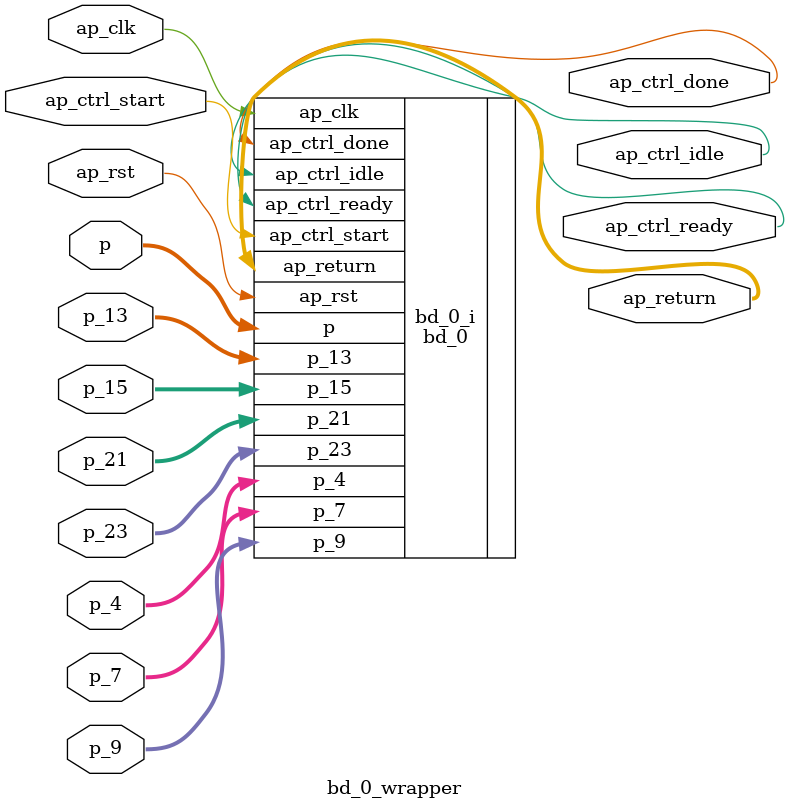
<source format=v>
`timescale 1 ps / 1 ps

module bd_0_wrapper
   (ap_clk,
    ap_ctrl_done,
    ap_ctrl_idle,
    ap_ctrl_ready,
    ap_ctrl_start,
    ap_return,
    ap_rst,
    p,
    p_13,
    p_15,
    p_21,
    p_23,
    p_4,
    p_7,
    p_9);
  input ap_clk;
  output ap_ctrl_done;
  output ap_ctrl_idle;
  output ap_ctrl_ready;
  input ap_ctrl_start;
  output [31:0]ap_return;
  input ap_rst;
  input [63:0]p;
  input [31:0]p_13;
  input [63:0]p_15;
  input [63:0]p_21;
  input [15:0]p_23;
  input [63:0]p_4;
  input [31:0]p_7;
  input [15:0]p_9;

  wire ap_clk;
  wire ap_ctrl_done;
  wire ap_ctrl_idle;
  wire ap_ctrl_ready;
  wire ap_ctrl_start;
  wire [31:0]ap_return;
  wire ap_rst;
  wire [63:0]p;
  wire [31:0]p_13;
  wire [63:0]p_15;
  wire [63:0]p_21;
  wire [15:0]p_23;
  wire [63:0]p_4;
  wire [31:0]p_7;
  wire [15:0]p_9;

  bd_0 bd_0_i
       (.ap_clk(ap_clk),
        .ap_ctrl_done(ap_ctrl_done),
        .ap_ctrl_idle(ap_ctrl_idle),
        .ap_ctrl_ready(ap_ctrl_ready),
        .ap_ctrl_start(ap_ctrl_start),
        .ap_return(ap_return),
        .ap_rst(ap_rst),
        .p(p),
        .p_13(p_13),
        .p_15(p_15),
        .p_21(p_21),
        .p_23(p_23),
        .p_4(p_4),
        .p_7(p_7),
        .p_9(p_9));
endmodule

</source>
